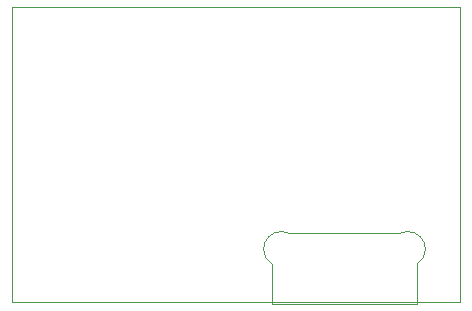
<source format=gbr>
%TF.GenerationSoftware,KiCad,Pcbnew,9.0.6*%
%TF.CreationDate,2025-12-04T16:08:16+01:00*%
%TF.ProjectId,ASUS BTF GPU Mini-ITX Adapter,41535553-2042-4544-9620-475055204d69,rev?*%
%TF.SameCoordinates,Original*%
%TF.FileFunction,Profile,NP*%
%FSLAX46Y46*%
G04 Gerber Fmt 4.6, Leading zero omitted, Abs format (unit mm)*
G04 Created by KiCad (PCBNEW 9.0.6) date 2025-12-04 16:08:16*
%MOMM*%
%LPD*%
G01*
G04 APERTURE LIST*
%TA.AperFunction,Profile*%
%ADD10C,0.050000*%
%TD*%
%TA.AperFunction,Profile*%
%ADD11C,0.010000*%
%TD*%
G04 APERTURE END LIST*
D10*
X200500000Y-100000000D02*
X200500000Y-125000000D01*
X162500000Y-100000000D02*
X200500000Y-100000000D01*
X200500000Y-125000000D02*
X162500000Y-125000000D01*
X162500000Y-125000000D02*
X162500000Y-100000000D01*
D11*
%TO.C,REF\u002A\u002A*%
X184543250Y-121768860D02*
X184543250Y-125100000D01*
X184543250Y-125100000D02*
X196843250Y-125100000D01*
X195389420Y-119150000D02*
X185997080Y-119150000D01*
X196843250Y-125100000D02*
X196843250Y-121768860D01*
X183843250Y-120500000D02*
G75*
G02*
X185343250Y-119000000I1500001J-1D01*
G01*
X184543250Y-121768860D02*
G75*
G02*
X183843250Y-120500000I800001J1268858D01*
G01*
X185343250Y-119000000D02*
G75*
G02*
X185997080Y-119150000I-1J-1499983D01*
G01*
X195389420Y-119150000D02*
G75*
G02*
X196043250Y-119000002I653830J-1350000D01*
G01*
X196043250Y-119000000D02*
G75*
G02*
X197543250Y-120500000I0J-1500000D01*
G01*
X197543250Y-120500000D02*
G75*
G02*
X196843249Y-121768858I-1500000J0D01*
G01*
%TD*%
M02*

</source>
